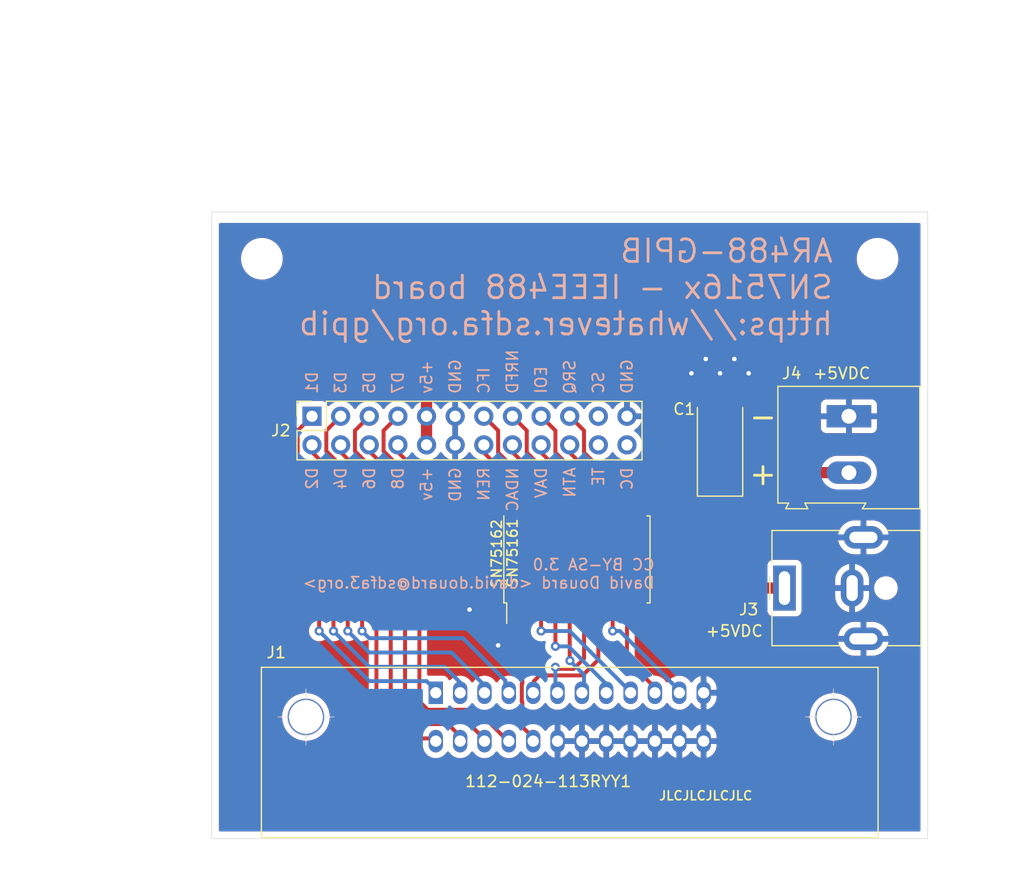
<source format=kicad_pcb>
(kicad_pcb (version 20221018) (generator pcbnew)
  (layers (0 "F.Cu" signal) (31 "B.Cu" signal) (34 "B.Paste" user) (35 "F.Paste" user) (36 "B.SilkS" user "B.Silkscreen") (37 "F.SilkS" user "F.Silkscreen") (38 "B.Mask" user) (39 "F.Mask" user) (44 "Edge.Cuts" user))
  (net 0 "")
  (net 1 "GND")
  (net 2 "+5V")
  (net 3 "DC")
  (net 4 "SC")
  (net 5 "TE")
  (net 6 "SRQ")
  (net 7 "ATN")
  (net 8 "EOI")
  (net 9 "DAV")
  (net 10 "NRFD")
  (net 11 "NDAC")
  (net 12 "IFC")
  (net 13 "REN")
  (net 14 "B8")
  (net 15 "B7")
  (net 16 "B6")
  (net 17 "B5")
  (net 18 "B4")
  (net 19 "B3")
  (net 20 "B2")
  (net 21 "B1")
  (footprint "Connector_PinSocket_2.54mm:PinSocket_2x12_P2.54mm_Vertical" (layer "F.Cu") (at 161.29 73.025 90)
    (fp_text reference "J2" (at -1.27 -2.77 180) (layer "F.SilkS"))
    (fp_text value "Conn_02x12_Odd_Even")
    (fp_line (start -3.87 -1.33) (end -3.87 29.27) (stroke (width 0.12)) (layer "F.SilkS"))
    (fp_line (start -3.87 -1.33) (end -1.27 -1.33) (stroke (width 0.12)) (layer "F.SilkS"))
    (fp_line (start -3.87 29.27) (end 1.33 29.27) (stroke (width 0.12)) (layer "F.SilkS"))
    (fp_line (start -1.27 -1.33) (end -1.27 1.27) (stroke (width 0.12)) (layer "F.SilkS"))
    (fp_line (start -1.27 1.27) (end 1.33 1.27) (stroke (width 0.12)) (layer "F.SilkS"))
    (fp_line (start 0 -1.33) (end 1.33 -1.33) (stroke (width 0.12)) (layer "F.SilkS"))
    (fp_line (start 1.33 -1.33) (end 1.33 0) (stroke (width 0.12)) (layer "F.SilkS"))
    (fp_line (start 1.33 1.27) (end 1.33 29.27) (stroke (width 0.12)) (layer "F.SilkS"))
    (pad "1" thru_hole rect (at 0 0 90) (size 1.7 1.7) (drill 1) (layers "*.Cu" "*.Mask") (net 21 "B1"))
    (pad "2" thru_hole oval (at -2.54 0 90) (size 1.7 1.7) (drill 1) (layers "*.Cu" "*.Mask") (net 20 "B2"))
    (pad "3" thru_hole oval (at 0 2.54 90) (size 1.7 1.7) (drill 1) (layers "*.Cu" "*.Mask") (net 19 "B3"))
    (pad "4" thru_hole oval (at -2.54 2.54 90) (size 1.7 1.7) (drill 1) (layers "*.Cu" "*.Mask") (net 18 "B4"))
    (pad "5" thru_hole oval (at 0 5.08 90) (size 1.7 1.7) (drill 1) (layers "*.Cu" "*.Mask") (net 17 "B5"))
    (pad "6" thru_hole oval (at -2.54 5.08 90) (size 1.7 1.7) (drill 1) (layers "*.Cu" "*.Mask") (net 16 "B6"))
    (pad "7" thru_hole oval (at 0 7.62 90) (size 1.7 1.7) (drill 1) (layers "*.Cu" "*.Mask") (net 15 "B7"))
    (pad "8" thru_hole oval (at -2.54 7.62 90) (size 1.7 1.7) (drill 1) (layers "*.Cu" "*.Mask") (net 14 "B8"))
    (pad "9" thru_hole oval (at 0 10.16 90) (size 1.7 1.7) (drill 1) (layers "*.Cu" "*.Mask") (net 2 "+5V"))
    (pad "10" thru_hole oval (at -2.54 10.16 90) (size 1.7 1.7) (drill 1) (layers "*.Cu" "*.Mask") (net 2 "+5V"))
    (pad "11" thru_hole oval (at 0 12.7 90) (size 1.7 1.7) (drill 1) (layers "*.Cu" "*.Mask") (net 1 "GND"))
    (pad "12" thru_hole oval (at -2.54 12.7 90) (size 1.7 1.7) (drill 1) (layers "*.Cu" "*.Mask") (net 1 "GND"))
    (pad "13" thru_hole oval (at 0 15.24 90) (size 1.7 1.7) (drill 1) (layers "*.Cu" "*.Mask") (net 12 "IFC"))
    (pad "14" thru_hole oval (at -2.54 15.24 90) (size 1.7 1.7) (drill 1) (layers "*.Cu" "*.Mask") (net 13 "REN"))
    (pad "15" thru_hole oval (at 0 17.78 90) (size 1.7 1.7) (drill 1) (layers "*.Cu" "*.Mask") (net 10 "NRFD"))
    (pad "16" thru_hole oval (at -2.54 17.78 90) (size 1.7 1.7) (drill 1) (layers "*.Cu" "*.Mask") (net 11 "NDAC"))
    (pad "17" thru_hole oval (at 0 20.32 90) (size 1.7 1.7) (drill 1) (layers "*.Cu" "*.Mask") (net 8 "EOI"))
    (pad "18" thru_hole oval (at -2.54 20.32 90) (size 1.7 1.7) (drill 1) (layers "*.Cu" "*.Mask") (net 9 "DAV"))
    (pad "19" thru_hole oval (at 0 22.86 90) (size 1.7 1.7) (drill 1) (layers "*.Cu" "*.Mask") (net 6 "SRQ"))
    (pad "20" thru_hole oval (at -2.54 22.86 90) (size 1.7 1.7) (drill 1) (layers "*.Cu" "*.Mask") (net 7 "ATN"))
    (pad "21" thru_hole oval (at 0 25.4 90) (size 1.7 1.7) (drill 1) (layers "*.Cu" "*.Mask") (net 4 "SC"))
    (pad "22" thru_hole oval (at -2.54 25.4 90) (size 1.7 1.7) (drill 1) (layers "*.Cu" "*.Mask") (net 5 "TE"))
    (pad "23" thru_hole oval (at 0 27.94 90) (size 1.7 1.7) (drill 1) (layers "*.Cu" "*.Mask") (net 1 "GND"))
    (pad "24" thru_hole oval (at -2.54 27.94 90) (size 1.7 1.7) (drill 1) (layers "*.Cu" "*.Mask") (net 3 "DC"))
  )
  (footprint "misc:CENTRONICS-24" (layer "F.Cu") (at 184.15 99.695)
    (fp_text reference "J1" (at -26.035 -5.715 180) (layer "F.SilkS"))
    (fp_text value "NorComp - 112-024-113RYY1")
    (fp_line (start -27.35 10.7) (end -27.35 -4.4) (stroke (width 0.12)) (layer "F.SilkS"))
    (fp_line (start -27.35 10.7) (end 27.35 10.7) (stroke (width 0.12)) (layer "F.SilkS"))
    (fp_line (start 27.35 -4.4) (end -27.35 -4.4) (stroke (width 0.12)) (layer "F.SilkS"))
    (fp_line (start 27.35 10.7) (end 27.35 -4.4) (stroke (width 0.12)) (layer "F.SilkS"))
    (pad "" thru_hole circle (at -23.4 0) (size 3.2 3.2) (drill 3) (layers "*.Cu" "*.Mask"))
    (pad "" thru_hole circle (at 23.4 0) (size 3.2 3.2) (drill 3) (layers "*.Cu" "*.Mask"))
    (pad "1" thru_hole rect (at -11.88 -2.145) (size 1.27 2) (drill 1) (layers "*.Cu" "*.Mask") (net 21 "B1"))
    (pad "2" thru_hole oval (at -9.72 -2.145) (size 1.27 2) (drill 1) (layers "*.Cu" "*.Mask") (net 20 "B2"))
    (pad "3" thru_hole oval (at -7.56 -2.145) (size 1.27 2) (drill 1) (layers "*.Cu" "*.Mask") (net 19 "B3"))
    (pad "4" thru_hole oval (at -5.4 -2.145) (size 1.27 2) (drill 1) (layers "*.Cu" "*.Mask") (net 18 "B4"))
    (pad "5" thru_hole oval (at -3.24 -2.145) (size 1.27 2) (drill 1) (layers "*.Cu" "*.Mask") (net 8 "EOI"))
    (pad "6" thru_hole oval (at -1.08 -2.145) (size 1.27 2) (drill 1) (layers "*.Cu" "*.Mask") (net 9 "DAV"))
    (pad "7" thru_hole oval (at 1.08 -2.145) (size 1.27 2) (drill 1) (layers "*.Cu" "*.Mask") (net 10 "NRFD"))
    (pad "8" thru_hole oval (at 3.24 -2.145) (size 1.27 2) (drill 1) (layers "*.Cu" "*.Mask") (net 11 "NDAC"))
    (pad "9" thru_hole oval (at 5.4 -2.145) (size 1.27 2) (drill 1) (layers "*.Cu" "*.Mask") (net 12 "IFC"))
    (pad "10" thru_hole oval (at 7.56 -2.145) (size 1.27 2) (drill 1) (layers "*.Cu" "*.Mask") (net 6 "SRQ"))
    (pad "11" thru_hole oval (at 9.72 -2.145) (size 1.27 2) (drill 1) (layers "*.Cu" "*.Mask") (net 7 "ATN"))
    (pad "12" thru_hole oval (at 11.88 -2.145) (size 1.27 2) (drill 1) (layers "*.Cu" "*.Mask") (net 1 "GND"))
    (pad "13" thru_hole oval (at -11.88 2.145) (size 1.27 2) (drill 1) (layers "*.Cu" "*.Mask") (net 17 "B5"))
    (pad "14" thru_hole oval (at -9.72 2.145) (size 1.27 2) (drill 1) (layers "*.Cu" "*.Mask") (net 16 "B6"))
    (pad "15" thru_hole oval (at -7.56 2.145) (size 1.27 2) (drill 1) (layers "*.Cu" "*.Mask") (net 15 "B7"))
    (pad "16" thru_hole oval (at -5.4 2.145) (size 1.27 2) (drill 1) (layers "*.Cu" "*.Mask") (net 14 "B8"))
    (pad "17" thru_hole oval (at -3.24 2.145) (size 1.27 2) (drill 1) (layers "*.Cu" "*.Mask") (net 13 "REN"))
    (pad "18" thru_hole oval (at -1.08 2.145) (size 1.27 2) (drill 1) (layers "*.Cu" "*.Mask") (net 1 "GND"))
    (pad "19" thru_hole oval (at 1.08 2.145) (size 1.27 2) (drill 1) (layers "*.Cu" "*.Mask") (net 1 "GND"))
    (pad "20" thru_hole oval (at 3.24 2.145) (size 1.27 2) (drill 1) (layers "*.Cu" "*.Mask") (net 1 "GND"))
    (pad "21" thru_hole oval (at 5.4 2.145) (size 1.27 2) (drill 1) (layers "*.Cu" "*.Mask") (net 1 "GND"))
    (pad "22" thru_hole oval (at 7.56 2.145) (size 1.27 2) (drill 1) (layers "*.Cu" "*.Mask") (net 1 "GND"))
    (pad "23" thru_hole oval (at 9.72 2.145) (size 1.27 2) (drill 1) (layers "*.Cu" "*.Mask") (net 1 "GND"))
    (pad "24" thru_hole oval (at 11.88 2.145) (size 1.27 2) (drill 1) (layers "*.Cu" "*.Mask") (net 1 "GND"))
  )
  (footprint "Connector_BarrelJack:BarrelJack_CUI_PJ-063AH_Horizontal" (layer "F.Cu") (at 203.2 88.265 90)
    (fp_text reference "J3" (at -1.905 -3.175 180) (layer "F.SilkS"))
    (fp_text value "Barrel_Jack")
    (fp_line (start -5.11 -1.11) (end -2.3 -1.11) (stroke (width 0.12)) (layer "F.SilkS"))
    (fp_line (start -5.11 4.95) (end -5.11 -1.11) (stroke (width 0.12)) (layer "F.SilkS"))
    (fp_line (start -5.11 12.11) (end -5.11 9.05) (stroke (width 0.12)) (layer "F.SilkS"))
    (fp_line (start -1 -1.3) (end 1 -1.3) (stroke (width 0.12)) (layer "F.SilkS"))
    (fp_line (start 2.3 -1.11) (end 5.11 -1.11) (stroke (width 0.12)) (layer "F.SilkS"))
    (fp_line (start 5.11 -1.11) (end 5.11 4.95) (stroke (width 0.12)) (layer "F.SilkS"))
    (fp_line (start 5.11 9.05) (end 5.11 12.11) (stroke (width 0.12)) (layer "F.SilkS"))
    (fp_line (start 5.11 12.11) (end -5.11 12.11) (stroke (width 0.12)) (layer "F.SilkS"))
    (pad "" np_thru_hole circle (at 0 9 90) (size 1.6 1.6) (drill 1.6) (layers "*.Cu" "*.Mask"))
    (pad "1" thru_hole rect (at 0 0 90) (size 4 2) (drill oval 3 1) (layers "*.Cu" "*.Mask") (net 2 "+5V"))
    (pad "2" thru_hole oval (at 0 6 90) (size 3.3 2) (drill oval 2.3 1) (layers "*.Cu" "*.Mask") (net 1 "GND"))
    (pad "MP" thru_hole oval (at -4.5 7 90) (size 2 3.5) (drill oval 1 2.5) (layers "*.Cu" "*.Mask") (net 1 "GND"))
    (pad "MP" thru_hole oval (at 4.5 7 90) (size 2 3.5) (drill oval 1 2.5) (layers "*.Cu" "*.Mask") (net 1 "GND"))
  )
  (footprint "TerminalBlock:TerminalBlock_Altech_AK300-2_P5.00mm" (layer "F.Cu") (at 208.915 73.025 -90)
    (fp_text reference "J4" (at -3.81 5.08 180) (layer "F.SilkS"))
    (fp_text value "Screw_Terminal_01x02")
    (fp_line (start -2.65 -6.3) (end -2.65 6.3) (stroke (width 0.12)) (layer "F.SilkS"))
    (fp_line (start -2.65 6.3) (end 7.7 6.3) (stroke (width 0.12)) (layer "F.SilkS"))
    (fp_line (start 7.7 -1.5) (end 8.2 -1.2) (stroke (width 0.12)) (layer "F.SilkS"))
    (fp_line (start 7.7 3.9) (end 7.7 -1.5) (stroke (width 0.12)) (layer "F.SilkS"))
    (fp_line (start 7.7 5.35) (end 8.2 5.6) (stroke (width 0.12)) (layer "F.SilkS"))
    (fp_line (start 7.7 6.3) (end 7.7 5.35) (stroke (width 0.12)) (layer "F.SilkS"))
    (fp_line (start 8.2 -6.3) (end -2.65 -6.3) (stroke (width 0.12)) (layer "F.SilkS"))
    (fp_line (start 8.2 -1.2) (end 8.2 -6.3) (stroke (width 0.12)) (layer "F.SilkS"))
    (fp_line (start 8.2 3.65) (end 7.7 3.9) (stroke (width 0.12)) (layer "F.SilkS"))
    (fp_line (start 8.2 3.7) (end 8.2 3.65) (stroke (width 0.12)) (layer "F.SilkS"))
    (fp_line (start 8.2 5.6) (end 8.2 3.7) (stroke (width 0.12)) (layer "F.SilkS"))
    (pad "1" thru_hole rect (at 0 0 270) (size 1.98 3.96) (drill 1.32) (layers "*.Cu" "*.Mask") (net 1 "GND"))
    (pad "2" thru_hole oval (at 5 0 270) (size 1.98 3.96) (drill 1.32) (layers "*.Cu" "*.Mask") (net 2 "+5V"))
  )
  (footprint "Capacitor_Tantalum_SMD:CP_EIA-7132-20_AVX-U" (layer "F.Cu") (at 197.485 75.8 90)
    (fp_text reference "C1" (at 3.41 -3.175 180) (layer "F.SilkS"))
    (fp_text value "10u")
    (fp_line (start -4.31 -2.01) (end -4.31 2.01) (stroke (width 0.12)) (layer "F.SilkS"))
    (fp_line (start -4.31 2.01) (end 3.55 2.01) (stroke (width 0.12)) (layer "F.SilkS"))
    (fp_line (start 3.55 -2.01) (end -4.31 -2.01) (stroke (width 0.12)) (layer "F.SilkS"))
    (pad "1" smd roundrect (at -2.775 0 90) (size 2.55 3.5) (layers "F.Cu" "F.Paste" "F.Mask") (roundrect_rratio 0.09803882353) (net 2 "+5V"))
    (pad "2" smd roundrect (at 2.775 0 90) (size 2.55 3.5) (layers "F.Cu" "F.Paste" "F.Mask") (roundrect_rratio 0.09803882353) (net 1 "GND"))
  )
  (footprint "MountingHole:MountingHole_3.2mm_M3_ISO7380" (layer "F.Cu") (at 156.845 59.055)
    (fp_text reference "REF**" hide)
    (fp_text value "MountingHole_3.2mm_M3_ISO7380")
    (pad "" np_thru_hole circle (at 0 0) (size 3.2 3.2) (drill 3.2) (layers "*.Cu" "*.Mask"))
  )
  (footprint "MountingHole:MountingHole_3.2mm_M3_ISO7380" (layer "F.Cu") (at 211.455 59.055)
    (fp_text reference "REF**" hide)
    (fp_text value "MountingHole_3.2mm_M3_ISO7380")
    (pad "" np_thru_hole circle (at 0 0) (size 3.2 3.2) (drill 3.2) (layers "*.Cu" "*.Mask"))
  )
  (footprint "JLCPCB_tools:Order_Label" (layer "F.Cu") (at 196.215 106.68)
    (fp_text reference "REF**")
    (fp_text value "Order_Label")
    (fp_text user "JLCJLCJLCJLC" (at 0 0) (layer "F.SilkS") (effects (font (size 0.8 0.8))))
  )
  (gr_line (start 178.308 81.865) (end 178.308 89.585) (stroke (width 0.12)) (layer "F.SilkS"))
  (gr_line (start 178.562 89.585) (end 178.562 91.4) (stroke (width 0.12)) (layer "F.SilkS"))
  (gr_line (start 191.008 81.865) (end 191.273 81.865) (stroke (width 0.12)) (layer "F.SilkS"))
  (gr_line (start 178.308 89.585) (end 178.573 89.585) (stroke (width 0.12)) (layer "F.SilkS"))
  (gr_line (start 191.273 89.585) (end 191.008 89.585) (stroke (width 0.12)) (layer "F.SilkS"))
  (gr_line (start 191.273 81.865) (end 191.273 89.585) (stroke (width 0.12)) (layer "F.SilkS"))
  (gr_line (start 215.9 110.49) (end 152.4 110.49) (stroke (width 0.05)) (layer "Edge.Cuts"))
  (gr_line (start 152.4 110.49) (end 152.4 54.902) (stroke (width 0.05)) (layer "Edge.Cuts"))
  (gr_line (start 152.4 54.902) (end 215.9 54.902) (stroke (width 0.05)) (layer "Edge.Cuts"))
  (gr_line (start 215.9 54.902) (end 215.9 110.49) (stroke (width 0.05)) (layer "Edge.Cuts"))
  (gr_text "AR488-GPIB\nSN7516x - IEEE488 board\nhttps://whatever.sdfa.org/gpib" (at 207.645 61.595) (layer "B.SilkS") (effects (font (size 2 2) (thickness 0.25)) (justify left mirror)))
  (gr_text "CC BY-SA 3.0\nDavid Douard <david.douard@sdfa3.org>" (at 191.77 86.995) (layer "B.SilkS") (effects (font (size 1 1)) (justify left mirror)))
  (gr_text "D4" (at 163.83 77.47 90) (layer "B.SilkS") (effects (font (size 1 1)) (justify left mirror)))
  (gr_text "D6" (at 166.37 77.47 90) (layer "B.SilkS") (effects (font (size 1 1)) (justify left mirror)))
  (gr_text "D8" (at 168.91 77.47 90) (layer "B.SilkS") (effects (font (size 1 1)) (justify left mirror)))
  (gr_text "+5v" (at 171.45 77.47 90) (layer "B.SilkS") (effects (font (size 1 1)) (justify left mirror)))
  (gr_text "GND" (at 173.99 77.47 90) (layer "B.SilkS") (effects (font (size 1 1)) (justify left mirror)))
  (gr_text "REN" (at 176.53 77.47 90) (layer "B.SilkS") (effects (font (size 1 1)) (justify left mirror)))
  (gr_text "NDAC" (at 179.07 77.47 90) (layer "B.SilkS") (effects (font (size 1 1)) (justify left mirror)))
  (gr_text "DAV" (at 181.61 77.47 90) (layer "B.SilkS") (effects (font (size 1 1)) (justify left mirror)))
  (gr_text "ATN" (at 184.15 77.47 90) (layer "B.SilkS") (effects (font (size 1 1)) (justify left mirror)))
  (gr_text "TE" (at 186.69 77.47 90) (layer "B.SilkS") (effects (font (size 1 1)) (justify left mirror)))
  (gr_text "DC" (at 189.23 77.47 90) (layer "B.SilkS") (effects (font (size 1 1)) (justify left mirror)))
  (gr_text "D3" (at 163.83 71.12 90) (layer "B.SilkS") (effects (font (size 1 1)) (justify right mirror)))
  (gr_text "D5" (at 166.37 71.12 90) (layer "B.SilkS") (effects (font (size 1 1)) (justify right mirror)))
  (gr_text "D7" (at 168.91 71.12 90) (layer "B.SilkS") (effects (font (size 1 1)) (justify right mirror)))
  (gr_text "+5v" (at 171.45 71.12 90) (layer "B.SilkS") (effects (font (size 1 1)) (justify right mirror)))
  (gr_text "GND" (at 173.99 71.12 90) (layer "B.SilkS") (effects (font (size 1 1)) (justify right mirror)))
  (gr_text "IFC" (at 176.53 71.12 90) (layer "B.SilkS") (effects (font (size 1 1)) (justify right mirror)))
  (gr_text "NRFD" (at 179.07 71.12 90) (layer "B.SilkS") (effects (font (size 1 1)) (justify right mirror)))
  (gr_text "EOI" (at 181.61 71.12 90) (layer "B.SilkS") (effects (font (size 1 1)) (justify right mirror)))
  (gr_text "SRQ" (at 184.15 71.12 90) (layer "B.SilkS") (effects (font (size 1 1)) (justify right mirror)))
  (gr_text "SC" (at 186.69 71.12 90) (layer "B.SilkS") (effects (font (size 1 1)) (justify right mirror)))
  (gr_text "GND" (at 189.23 71.12 90) (layer "B.SilkS") (effects (font (size 1 1)) (justify right mirror)))
  (gr_text "D1" (at 161.29 71.12 90) (layer "B.SilkS") (effects (font (size 1 1)) (justify right mirror)))
  (gr_text "D2" (at 161.29 77.47 90) (layer "B.SilkS") (effects (font (size 1 1)) (justify left mirror)))
  (gr_text "SN75162" (at 177.673 85.217 90) (layer "F.SilkS") (effects (font (size 0.9 0.9))))
  (gr_text "+5VDC" (at 208.28 69.215) (layer "F.SilkS") (effects (font (size 1 1))))
  (gr_text "-" (at 201.295 73.025) (layer "F.SilkS") (effects (font (size 2 2) (thickness 0.25))))
  (gr_text "SN75161" (at 179.07 85.1535 90) (layer "F.SilkS") (effects (font (size 0.9 0.9))))
  (gr_text "112-024-113RYY1" (at 182.245 105.41) (layer "F.SilkS") (effects (font (size 1 1))))
  (gr_text "+" (at 201.295 78.105) (layer "F.SilkS") (effects (font (size 2 2) (thickness 0.25))))
  (gr_text "+5VDC" (at 198.755 92.075) (layer "F.SilkS") (effects (font (size 1 1))))
  (target plus (at 207.5434 99.695) (size 5) (width 0.05) (layer "Edge.Cuts"))
  (target plus (at 160.7566 99.695) (size 5) (width 0.05) (layer "Edge.Cuts"))
  (via (at 197.485 69.215) (size 0.8) (drill 0.4) (layers "F.Cu" "B.Cu") (net 1))
  (via (at 198.755 67.945) (size 0.8) (drill 0.4) (layers "F.Cu" "B.Cu") (net 1))
  (via (at 177.8 93.345) (size 0.8) (drill 0.4) (layers "F.Cu" "B.Cu") (net 1))
  (via (at 200.025 69.215) (size 0.8) (drill 0.4) (layers "F.Cu" "B.Cu") (net 1))
  (via (at 194.945 69.215) (size 0.8) (drill 0.4) (layers "F.Cu" "B.Cu") (net 1))
  (via (at 175.26 90.17) (size 0.8) (drill 0.4) (layers "F.Cu" "B.Cu") (net 1))
  (via (at 196.215 67.945) (size 0.8) (drill 0.4) (layers "F.Cu" "B.Cu") (net 1))
  (segment (start 200.025 88.265) (end 203.2 88.265) (width 1) (layer "F.Cu") (net 2))
  (segment (start 171.45 73.025) (end 171.45 75.565) (width 1) (layer "F.Cu") (net 2))
  (segment (start 197.485 85.725) (end 200.025 88.265) (width 1) (layer "F.Cu") (net 2))
  (segment (start 193.04 71.755) (end 193.04 77.47) (width 1) (layer "F.Cu") (net 2))
  (segment (start 193.04 77.47) (end 194.145 78.575) (width 1) (layer "F.Cu") (net 2))
  (segment (start 171.45 73.025) (end 171.45 70.485) (width 1) (layer "F.Cu") (net 2))
  (segment (start 171.45 70.485) (end 172.72 69.215) (width 1) (layer "F.Cu") (net 2))
  (segment (start 197.485 78.74) (end 197.485 85.725) (width 1) (layer "F.Cu") (net 2))
  (segment (start 172.72 69.215) (end 190.5 69.215) (width 1) (layer "F.Cu") (net 2))
  (segment (start 208.915 78.025) (end 196.295 78.025) (width 1) (layer "F.Cu") (net 2))
  (segment (start 196.215 77.900998) (end 196.215 78.74) (width 0.75) (layer "F.Cu") (net 2))
  (segment (start 194.145 78.575) (end 197.485 78.575) (width 1) (layer "F.Cu") (net 2))
  (segment (start 190.5 69.215) (end 193.04 71.755) (width 1) (layer "F.Cu") (net 2))
  (segment (start 185.42 76.24) (end 189.23 80.05) (width 0.35) (layer "F.Cu") (net 6))
  (segment (start 189.23 94.615) (end 191.77 97.155) (width 0.35) (layer "F.Cu") (net 6))
  (segment (start 184.15 73.025) (end 185.42 74.295) (width 0.35) (layer "F.Cu") (net 6))
  (segment (start 185.42 74.295) (end 185.42 76.24) (width 0.35) (layer "F.Cu") (net 6))
  (segment (start 189.23 80.05) (end 189.23 94.615) (width 0.35) (layer "F.Cu") (net 6))
  (segment (start 191.77 97.155) (end 191.77 97.79) (width 0.35) (layer "F.Cu") (net 6))
  (segment (start 184.15 75.565) (end 184.15 76.24) (width 0.35) (layer "F.Cu") (net 7))
  (segment (start 184.15 76.24) (end 187.96 80.05) (width 0.35) (layer "F.Cu") (net 7))
  (segment (start 187.96 80.05) (end 187.96 92.075) (width 0.35) (layer "F.Cu") (net 7))
  (via (at 187.96 92.075) (size 0.8) (drill 0.4) (layers "F.Cu" "B.Cu") (net 7))
  (segment (start 188.595 92.075) (end 193.675 97.155) (width 0.35) (layer "B.Cu") (net 7))
  (segment (start 187.96 92.075) (end 188.595 92.075) (width 0.35) (layer "B.Cu") (net 7))
  (segment (start 180.975 96.52) (end 180.975 97.79) (width 0.35) (layer "F.Cu") (net 8))
  (segment (start 182.88 76.24) (end 186.69 80.05) (width 0.35) (layer "F.Cu") (net 8))
  (segment (start 185.292546 96.012454) (end 181.482546 96.012454) (width 0.35) (layer "F.Cu") (net 8))
  (segment (start 182.88 74.295) (end 182.88 76.24) (width 0.35) (layer "F.Cu") (net 8))
  (segment (start 186.69 80.05) (end 186.69 94.615) (width 0.35) (layer "F.Cu") (net 8))
  (segment (start 181.482546 96.012454) (end 180.975 96.52) (width 0.35) (layer "F.Cu") (net 8))
  (segment (start 181.61 73.025) (end 182.88 74.295) (width 0.35) (layer "F.Cu") (net 8))
  (segment (start 186.69 94.615) (end 185.292546 96.012454) (width 0.35) (layer "F.Cu") (net 8))
  (segment (start 184.498002 95.430012) (end 183.02256 95.430012) (width 0.35) (layer "F.Cu") (net 9))
  (segment (start 183.02256 95.430012) (end 182.88 95.287452) (width 0.35) (layer "F.Cu") (net 9))
  (segment (start 181.61 75.565) (end 181.61 76.24) (width 0.35) (layer "F.Cu") (net 9))
  (segment (start 185.42 94.508014) (end 184.498002 95.430012) (width 0.35) (layer "F.Cu") (net 9))
  (segment (start 181.61 76.24) (end 185.42 80.05) (width 0.35) (layer "F.Cu") (net 9))
  (segment (start 185.42 80.05) (end 185.42 94.508014) (width 0.35) (layer "F.Cu") (net 9))
  (via (at 182.88 95.287452) (size 0.8) (drill 0.4) (layers "F.Cu" "B.Cu") (net 9))
  (segment (start 182.88 97.79) (end 182.88 95.287452) (width 0.35) (layer "B.Cu") (net 9))
  (segment (start 184.15 94.687785) (end 184.167225 94.70501) (width 0.35) (layer "F.Cu") (net 10))
  (segment (start 180.34 76.24) (end 184.15 80.05) (width 0.35) (layer "F.Cu") (net 10))
  (segment (start 180.34 74.295) (end 180.34 76.24) (width 0.35) (layer "F.Cu") (net 10))
  (segment (start 179.07 73.025) (end 180.34 74.295) (width 0.35) (layer "F.Cu") (net 10))
  (segment (start 184.15 80.05) (end 184.15 94.687785) (width 0.35) (layer "F.Cu") (net 10))
  (via (at 184.167225 94.70501) (size 0.8) (drill 0.4) (layers "F.Cu" "B.Cu") (net 10))
  (segment (start 185.42 97.79) (end 185.42 95.957785) (width 0.35) (layer "B.Cu") (net 10))
  (segment (start 185.42 95.957785) (end 184.167225 94.70501) (width 0.35) (layer "B.Cu") (net 10))
  (segment (start 179.07 76.2) (end 182.88 80.01) (width 0.35) (layer "F.Cu") (net 11))
  (segment (start 182.88 80.01) (end 182.88 93.435026) (width 0.35) (layer "F.Cu") (net 11))
  (via (at 182.88 93.435026) (size 0.8) (drill 0.4) (layers "F.Cu" "B.Cu") (net 11))
  (segment (start 187.325 97.155) (end 187.325 96.716998) (width 0.35) (layer "B.Cu") (net 11))
  (segment (start 187.325 96.716998) (end 184.043028 93.435026) (width 0.35) (layer "B.Cu") (net 11))
  (segment (start 184.043028 93.435026) (end 182.88 93.435026) (width 0.35) (layer "B.Cu") (net 11))
  (segment (start 177.8 74.295) (end 177.8 76.24) (width 0.35) (layer "F.Cu") (net 12))
  (segment (start 177.8 76.24) (end 181.61 80.05) (width 0.35) (layer "F.Cu") (net 12))
  (segment (start 181.61 80.05) (end 181.61 92.075004) (width 0.35) (layer "F.Cu") (net 12))
  (segment (start 176.53 73.025) (end 177.8 74.295) (width 0.35) (layer "F.Cu") (net 12))
  (via (at 181.61 92.075004) (size 0.8) (drill 0.4) (layers "F.Cu" "B.Cu") (net 12))
  (segment (start 182.175685 92.075004) (end 181.61 92.075004) (width 0.35) (layer "B.Cu") (net 12))
  (segment (start 184.150004 92.075004) (end 182.175685 92.075004) (width 0.35) (layer "B.Cu") (net 12))
  (segment (start 189.23 97.155) (end 184.150004 92.075004) (width 0.35) (layer "B.Cu") (net 12))
  (segment (start 176.53 76.24) (end 180.34 80.05) (width 0.35) (layer "F.Cu") (net 13))
  (segment (start 179.89999 96.766641) (end 179.89999 98.333359) (width 0.35) (layer "F.Cu") (net 13))
  (segment (start 179.89999 98.333359) (end 179.94999 98.383359) (width 0.35) (layer "F.Cu") (net 13))
  (segment (start 180.34 80.05) (end 180.34 92.075) (width 0.35) (layer "F.Cu") (net 13))
  (segment (start 179.94999 92.46501) (end 179.94999 96.716641) (width 0.35) (layer "F.Cu") (net 13))
  (segment (start 180.34 92.075) (end 179.94999 92.46501) (width 0.35) (layer "F.Cu") (net 13))
  (segment (start 179.94999 98.383359) (end 179.94999 100.57499) (width 0.35) (layer "F.Cu") (net 13))
  (segment (start 179.94999 100.57499) (end 180.975 101.6) (width 0.35) (layer "F.Cu") (net 13))
  (segment (start 179.94999 96.716641) (end 179.89999 96.766641) (width 0.35) (layer "F.Cu") (net 13))
  (segment (start 176.53 75.565) (end 176.53 76.24) (width 0.35) (layer "F.Cu") (net 13))
  (segment (start 170.815 98.315002) (end 171.559998 99.06) (width 0.35) (layer "F.Cu") (net 14))
  (segment (start 170.815 78.105) (end 170.815 98.315002) (width 0.35) (layer "F.Cu") (net 14))
  (segment (start 168.91 76.2) (end 170.815 78.105) (width 0.35) (layer "F.Cu") (net 14))
  (segment (start 171.559998 99.06) (end 175.895 99.06) (width 0.35) (layer "F.Cu") (net 14))
  (segment (start 168.91 75.565) (end 168.91 76.2) (width 0.35) (layer "F.Cu") (net 14))
  (segment (start 175.895 99.06) (end 178.435 101.6) (width 0.35) (layer "F.Cu") (net 14))
  (segment (start 168.91 73.025) (end 167.64 74.295) (width 0.35) (layer "F.Cu") (net 15))
  (segment (start 167.64 74.295) (end 167.64 76.117001) (width 0.35) (layer "F.Cu") (net 15))
  (segment (start 169.545 78.022001) (end 169.545 98.370707) (width 0.35) (layer "F.Cu") (net 15))
  (segment (start 174.625 99.695) (end 176.53 101.6) (width 0.35) (layer "F.Cu") (net 15))
  (segment (start 170.869293 99.695) (end 174.625 99.695) (width 0.35) (layer "F.Cu") (net 15))
  (segment (start 167.64 76.117001) (end 169.545 78.022001) (width 0.35) (layer "F.Cu") (net 15))
  (segment (start 169.545 98.370707) (end 170.869293 99.695) (width 0.35) (layer "F.Cu") (net 15))
  (segment (start 168.275 98.425) (end 170.18 100.33) (width 0.35) (layer "F.Cu") (net 16))
  (segment (start 170.18 100.33) (end 173.355 100.33) (width 0.35) (layer "F.Cu") (net 16))
  (segment (start 166.37 76.117707) (end 168.275 78.022707) (width 0.35) (layer "F.Cu") (net 16))
  (segment (start 168.275 78.022707) (end 168.275 98.425) (width 0.35) (layer "F.Cu") (net 16))
  (segment (start 166.37 75.565) (end 166.37 76.117707) (width 0.35) (layer "F.Cu") (net 16))
  (segment (start 173.355 100.33) (end 174.625 101.6) (width 0.35) (layer "F.Cu") (net 16))
  (segment (start 166.37 73.025) (end 165.1 74.295) (width 0.35) (layer "F.Cu") (net 17))
  (segment (start 165.1 76.117001) (end 167.005 78.022001) (width 0.35) (layer "F.Cu") (net 17))
  (segment (start 170.179295 101.6) (end 172.085 101.6) (width 0.35) (layer "F.Cu") (net 17))
  (segment (start 167.005 98.425705) (end 170.179295 101.6) (width 0.35) (layer "F.Cu") (net 17))
  (segment (start 167.005 78.022001) (end 167.005 98.425705) (width 0.35) (layer "F.Cu") (net 17))
  (segment (start 165.1 74.295) (end 165.1 76.117001) (width 0.35) (layer "F.Cu") (net 17))
  (segment (start 165.735 78.105) (end 165.735 92.075) (width 0.35) (layer "F.Cu") (net 18))
  (segment (start 163.83 75.565) (end 163.83 76.2) (width 0.35) (layer "F.Cu") (net 18))
  (segment (start 163.83 76.2) (end 165.735 78.105) (width 0.35) (layer "F.Cu") (net 18))
  (via (at 165.735 92.075) (size 0.8) (drill 0.4) (layers "F.Cu" "B.Cu") (net 18))
  (segment (start 178.435 96.461171) (end 178.435 97.79) (width 0.35) (layer "B.Cu") (net 18))
  (segment (start 165.735 92.075) (end 166.37 92.71) (width 0.35) (layer "B.Cu") (net 18))
  (segment (start 166.37 92.71) (end 174.683829 92.71) (width 0.35) (layer "B.Cu") (net 18))
  (segment (start 174.683829 92.71) (end 178.435 96.461171) (width 0.35) (layer "B.Cu") (net 18))
  (segment (start 164.465 78.022001) (end 164.465 92.075) (width 0.35) (layer "F.Cu") (net 19))
  (segment (start 162.56 76.117001) (end 164.465 78.022001) (width 0.35) (layer "F.Cu") (net 19))
  (segment (start 163.83 73.025) (end 162.56 74.295) (width 0.35) (layer "F.Cu") (net 19))
  (segment (start 162.56 74.295) (end 162.56 76.117001) (width 0.35) (layer "F.Cu") (net 19))
  (via (at 164.465 92.075) (size 0.8) (drill 0.4) (layers "F.Cu" "B.Cu") (net 19))
  (segment (start 164.465 92.075) (end 166.37 93.98) (width 0.35) (layer "B.Cu") (net 19))
  (segment (start 173.6725 93.98) (end 176.53 96.8375) (width 0.35) (layer "B.Cu") (net 19))
  (segment (start 176.53 96.8375) (end 176.53 97.79) (width 0.35) (layer "B.Cu") (net 19))
  (segment (start 166.37 93.98) (end 173.6725 93.98) (width 0.35) (layer "B.Cu") (net 19))
  (segment (start 161.29 75.565) (end 161.29 76.2) (width 0.35) (layer "F.Cu") (net 20))
  (segment (start 163.195 78.105) (end 163.195 92.078501) (width 0.35) (layer "F.Cu") (net 20))
  (segment (start 161.29 76.2) (end 163.195 78.105) (width 0.35) (layer "F.Cu") (net 20))
  (via (at 163.195 92.078501) (size 0.8) (drill 0.4) (layers "F.Cu" "B.Cu") (net 20))
  (segment (start 174.625 97.79) (end 174.625 96.8375) (width 0.35) (layer "B.Cu") (net 20))
  (segment (start 173.0375 95.25) (end 166.366499 95.25) (width 0.35) (layer "B.Cu") (net 20))
  (segment (start 166.366499 95.25) (end 163.195 92.078501) (width 0.35) (layer "B.Cu") (net 20))
  (segment (start 174.625 96.8375) (end 173.0375 95.25) (width 0.35) (layer "B.Cu") (net 20))
  (segment (start 160.02 76.434501) (end 161.925 78.339501) (width 0.35) (layer "F.Cu") (net 21))
  (segment (start 161.29 73.025) (end 160.02 74.295) (width 0.35) (layer "F.Cu") (net 21))
  (segment (start 160.02 74.295) (end 160.02 76.434501) (width 0.35) (layer "F.Cu") (net 21))
  (segment (start 161.925 78.339501) (end 161.925 92.075) (width 0.35) (layer "F.Cu") (net 21))
  (via (at 161.925 92.075) (size 0.8) (drill 0.4) (layers "F.Cu" "B.Cu") (net 21))
  (segment (start 172.085 97.155) (end 172.085 97.79) (width 0.35) (layer "B.Cu") (net 21))
  (segment (start 171.45 96.52) (end 172.085 97.155) (width 0.35) (layer "B.Cu") (net 21))
  (segment (start 166.37 96.52) (end 171.45 96.52) (width 0.35) (layer "B.Cu") (net 21))
  (segment (start 161.925 92.075) (end 166.37 96.52) (width 0.35) (layer "B.Cu") (net 21))
  (zone (net 1) (net_name "GND") (layer "F.Cu") (connect_pads (clearance 0.508)) (min_thickness 0.254) (fill yes (thermal_gap 0.508) (thermal_bridge_width 0.508))
    (polygon (pts (xy 215.265 109.855) (xy 153.035 109.855) (xy 153.035 55.88) (xy 215.265 55.88)))
  )
  (zone (net 1) (net_name "GND") (layer "B.Cu") (connect_pads (clearance 0.508)) (min_thickness 0.254) (fill yes (thermal_gap 0.508) (thermal_bridge_width 0.508))
    (polygon (pts (xy 215.265 109.855) (xy 153.035 109.855) (xy 153.035 55.88) (xy 215.265 55.88)))
  )
)
</source>
